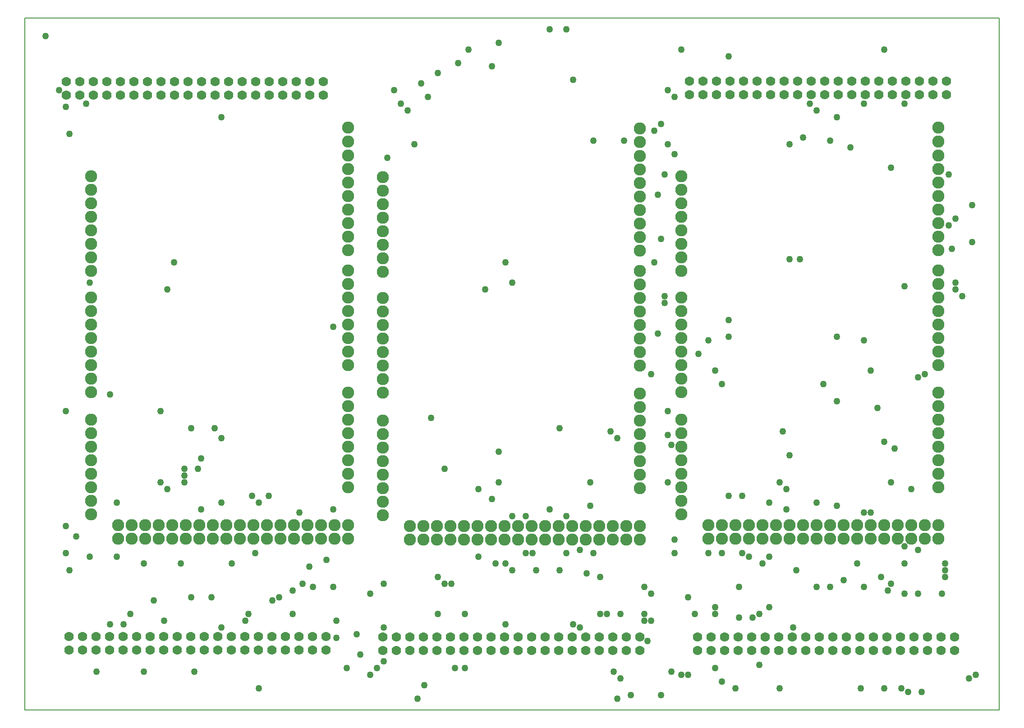
<source format=gbr>
G04 PROTEUS GERBER X2 FILE*
%TF.GenerationSoftware,Labcenter,Proteus,8.6-SP2-Build23525*%
%TF.CreationDate,2019-12-11T18:48:13+00:00*%
%TF.FileFunction,Soldermask,Bot*%
%TF.FilePolarity,Negative*%
%TF.Part,Single*%
%FSLAX45Y45*%
%MOMM*%
G01*
%TA.AperFunction,Material*%
%ADD19C,1.270000*%
%TA.AperFunction,Material*%
%ADD70C,1.778000*%
%TA.AperFunction,Material*%
%ADD71C,2.286000*%
%TA.AperFunction,Profile*%
%ADD14C,0.203200*%
%TD.AperFunction*%
D19*
X+2794000Y+2349500D03*
X+7366000Y+1460500D03*
X+2857500Y+3556000D03*
X+7112000Y+3683000D03*
X+8636000Y+2984500D03*
X+8636000Y+2286000D03*
X+7747000Y-190500D03*
X+2730500Y+3175000D03*
X+4635500Y-5651500D03*
X+2667000Y+1905000D03*
X+6096000Y-698500D03*
X+6096000Y-2667000D03*
X+8064500Y-4318000D03*
X+7175500Y-1587500D03*
X+3683000Y-3556000D03*
X+3810000Y-4699000D03*
X+7620000Y-4318000D03*
X+1016000Y+6286500D03*
X+1016000Y-2857500D03*
X-3810000Y-3810000D03*
X-8318500Y-3873500D03*
X+7112000Y-2222500D03*
X+5016500Y-2222500D03*
X-8191500Y-3238500D03*
X-5842000Y-1778000D03*
X+4445000Y-3619500D03*
X+7366000Y-3429000D03*
X+1524000Y+4191000D03*
X+2095500Y+4191000D03*
X+6985000Y-1460500D03*
X+3048000Y-3556000D03*
X+2984500Y-5778500D03*
X+3810000Y-5715000D03*
X-7937500Y-3619500D03*
X-6159500Y-2095500D03*
X+4318000Y-3556000D03*
X+698500Y-2730500D03*
X+698500Y+6286500D03*
X-3937000Y-4127500D03*
X+6858000Y-825500D03*
X+7112000Y-4127500D03*
X+8128000Y-3873500D03*
X+1397000Y-3937000D03*
X-4127500Y-4254500D03*
X-7556500Y-4889500D03*
X+5270500Y-4953000D03*
X+2222500Y-6223000D03*
X+4826000Y-3619500D03*
X+6731000Y-2794000D03*
X+1143000Y+5334000D03*
X+4826000Y-4572000D03*
X-2413000Y-5588000D03*
X+1143000Y-4889500D03*
X-4381500Y-4381500D03*
X-7302500Y-4889500D03*
X+4064000Y+5778500D03*
X-2413000Y-4953000D03*
X+889000Y-1206500D03*
X+0Y-3873500D03*
X-4000500Y-2794000D03*
X-6159500Y-2222500D03*
X-6604000Y-2222500D03*
X+6477000Y-3746500D03*
X+889000Y-3873500D03*
X+444500Y-3873500D03*
X-1778000Y-6286500D03*
X+7429500Y-6159500D03*
X+7683500Y-6159500D03*
X+6350000Y+4064000D03*
X+254000Y-2857500D03*
X+254000Y-3556000D03*
X-7175500Y-4699000D03*
X-4889500Y-2476500D03*
X+6223000Y-4064000D03*
X-4953000Y-4699000D03*
X-8763000Y+6159500D03*
X+5969000Y+4191000D03*
X-317500Y-3746500D03*
X-127000Y-4889500D03*
X-7556500Y-571500D03*
X-8382000Y-889000D03*
X-8382000Y-3048000D03*
X-8382000Y-3556000D03*
X-1651000Y-6032500D03*
X+3937000Y-5969000D03*
X+6604000Y-4191000D03*
X+5969000Y-4191000D03*
X+1016000Y-3556000D03*
X+381000Y-3556000D03*
X-1397000Y-4699000D03*
X+3302000Y-4381500D03*
X+4826000Y-2603500D03*
X+5715000Y-2603500D03*
X+2540000Y-5207000D03*
X-5461000Y-1397000D03*
X-6921500Y-5778500D03*
X+4254500Y-4762500D03*
X+4254500Y-4191000D03*
X+5715000Y-4191000D03*
X-5461000Y-4953000D03*
X+2921000Y-889000D03*
X+7620000Y-254000D03*
X+8128000Y-4000500D03*
X+6921500Y-4000500D03*
X-3365500Y+698500D03*
X-3365500Y-2730500D03*
X-5461000Y+4635500D03*
X+5715000Y+4762500D03*
X-127000Y+1905000D03*
X+2730500Y+571500D03*
X+2603500Y-4826000D03*
X+1270000Y-4953000D03*
X-5969000Y-5778500D03*
X-4127500Y-4699000D03*
X-4762500Y-2603500D03*
X-5461000Y-2603500D03*
X+5334000Y-3873500D03*
X-1143000Y-4127500D03*
X-6032500Y-4381500D03*
X-5651500Y-4381500D03*
X+5143500Y-2730500D03*
X+5143500Y-2349500D03*
X+7493000Y-2349500D03*
X+8128000Y-3746500D03*
X+7366000Y-3746500D03*
X+7366000Y-4318000D03*
X+1778000Y-4699000D03*
X+2032000Y-4699000D03*
X+1524000Y-3556000D03*
X-381000Y-2540000D03*
X-6032500Y-1206500D03*
X-5588000Y-1206500D03*
X+4508500Y-4762500D03*
X-889000Y-5715000D03*
X+8318500Y+2730500D03*
X+5397500Y+1968500D03*
X+2794000Y-6223000D03*
X+2921000Y-2222500D03*
X-635000Y-2349500D03*
X+6985000Y-6096000D03*
X+6540500Y-6096000D03*
X-2857500Y-5461000D03*
X-2667000Y-4318000D03*
X-4572000Y-2476500D03*
X-5842000Y-2730500D03*
X+1968500Y-6286500D03*
X-254000Y-2222500D03*
X+1460500Y-2222500D03*
X+1460500Y-2667000D03*
X+3048000Y-3302000D03*
X+3302000Y-5842000D03*
X+4635500Y-4699000D03*
X-1270000Y-4127500D03*
X+4699000Y-3746500D03*
X-889000Y-4699000D03*
X+1651000Y-4699000D03*
X-6223000Y-3746500D03*
X-5270500Y-3746500D03*
X+2476500Y-4191000D03*
X+2603500Y-190500D03*
X+1905000Y-5778500D03*
X-2667000Y-5842000D03*
X-5905500Y-1968500D03*
X-6159500Y-1968500D03*
X-6921500Y-3746500D03*
X-635000Y-3619500D03*
X+1270000Y-3492500D03*
X-6540500Y-4826000D03*
X-5016500Y-4826000D03*
X+8191500Y+3556000D03*
X+8191500Y+2603500D03*
X+2984500Y-1524000D03*
X+4191000Y-6096000D03*
X+5016500Y-6096000D03*
X+7302500Y-6096000D03*
X-3365500Y-4191000D03*
X-3746500Y-4191000D03*
X+4064000Y-2476500D03*
X+3175000Y-5842000D03*
X+2032000Y-5905500D03*
X-1079500Y-5715000D03*
X-2540000Y-5715000D03*
X-7810500Y-5778500D03*
X-4762500Y-6096000D03*
X+3810000Y-4572000D03*
X-1397000Y-4000500D03*
X+1651000Y-4000500D03*
X-4826000Y-3556000D03*
X+4318000Y-2476500D03*
X+2476500Y-4826000D03*
X-6477000Y-2349500D03*
X-6477000Y+1397000D03*
X-127000Y-3746500D03*
X+3937000Y-3556000D03*
X-6731000Y-4445000D03*
X-4508500Y-4445000D03*
X+8318500Y+1397000D03*
X+8699500Y-5842000D03*
X+7620000Y-3492500D03*
X+6604000Y-2794000D03*
X+6604000Y+444500D03*
X+2857500Y+1270000D03*
X-508000Y+1397000D03*
X-1270000Y-1968500D03*
X-2413000Y-4127500D03*
X-2921000Y-5080000D03*
X-3111500Y-5715000D03*
X+8572500Y-5905500D03*
X+8318500Y+1524000D03*
X+7366000Y+4889500D03*
X+6731000Y-127000D03*
X+3810000Y-127000D03*
X+8445500Y+1270000D03*
X+7048500Y-4254500D03*
X+2603500Y-4318000D03*
X-3302000Y-4826000D03*
X+8255000Y+2159000D03*
X+3048000Y+3937000D03*
X-3302000Y-5143500D03*
X+5207000Y+4127500D03*
X+2921000Y+4127500D03*
X+2921000Y+5143500D03*
X-2222500Y+5143500D03*
X-7937500Y+1524000D03*
X-8382000Y+4826000D03*
X+3175000Y+5905500D03*
X-825500Y+5905500D03*
X-1714500Y+5270500D03*
X+6604000Y+4889500D03*
X-381000Y+5588000D03*
X+1968500Y-1397000D03*
X+2667000Y+4381500D03*
X-254000Y-1651000D03*
X-254000Y+6032500D03*
X-6604000Y-889000D03*
X+5080000Y-1270000D03*
X-1016000Y+5651500D03*
X+6985000Y+5905500D03*
X-2095500Y+4889500D03*
X-8001000Y+4889500D03*
X-8509000Y+5143500D03*
X+5461000Y+4254500D03*
X-2349500Y+3873500D03*
X-1968500Y+4762500D03*
X+5588000Y+4889500D03*
X+3683000Y+444500D03*
X-1397000Y+5461000D03*
X+3492500Y+190500D03*
X+3048000Y+5016500D03*
X-1587500Y+5016500D03*
X+2857500Y+1143000D03*
X+3937000Y-381000D03*
X+5842000Y-381000D03*
X+4064000Y+825500D03*
X-1841500Y+4127500D03*
X+6096000Y+4635500D03*
X-8318500Y+4318000D03*
X-1524000Y-1016000D03*
X+2921000Y-1333500D03*
X+4064000Y+508000D03*
X+6096000Y+508000D03*
X+1841500Y-1270000D03*
X+2794000Y+4508500D03*
X-3492500Y-3683000D03*
X-7429500Y-3619500D03*
X+0Y+1524000D03*
X+0Y-2857500D03*
X-6350000Y+1905000D03*
X-7429500Y-2603500D03*
X+5207000Y-1714500D03*
X+3429000Y-4699000D03*
X+2476500Y-4699000D03*
X+5207000Y+1968500D03*
D70*
X+3478241Y-5124141D03*
X+3478241Y-5378141D03*
X+3732241Y-5124141D03*
X+3732241Y-5378141D03*
X+3986241Y-5124141D03*
X+3986241Y-5378141D03*
X+4240241Y-5124141D03*
X+4240241Y-5378141D03*
X+4494241Y-5124141D03*
X+4494241Y-5378141D03*
X+4748241Y-5124141D03*
X+4748241Y-5378141D03*
X+5002241Y-5124141D03*
X+5002241Y-5378141D03*
X+5256241Y-5124141D03*
X+5256241Y-5378141D03*
X+5510241Y-5124141D03*
X+5510241Y-5378141D03*
X+5764241Y-5124141D03*
X+5764241Y-5378141D03*
X+6018241Y-5124141D03*
X+6018241Y-5378141D03*
X+6272241Y-5124141D03*
X+6272241Y-5378141D03*
X+6526241Y-5124141D03*
X+6526241Y-5378141D03*
X+6780241Y-5124141D03*
X+6780241Y-5378141D03*
X+7034241Y-5124141D03*
X+7034241Y-5378141D03*
X+7288241Y-5124141D03*
X+7288241Y-5378141D03*
X+7542241Y-5124141D03*
X+7542241Y-5378141D03*
X+7796241Y-5124141D03*
X+7796241Y-5378141D03*
X+8050241Y-5124141D03*
X+8050241Y-5378141D03*
X+8304241Y-5124141D03*
X+8304241Y-5378141D03*
X-2431759Y-5127041D03*
X-2431759Y-5381041D03*
X-2177759Y-5127041D03*
X-2177759Y-5381041D03*
X-1923759Y-5127041D03*
X-1923759Y-5381041D03*
X-1669759Y-5127041D03*
X-1669759Y-5381041D03*
X-1415759Y-5127041D03*
X-1415759Y-5381041D03*
X-1161759Y-5127041D03*
X-1161759Y-5381041D03*
X-907759Y-5127041D03*
X-907759Y-5381041D03*
X-653759Y-5127041D03*
X-653759Y-5381041D03*
X-399759Y-5127041D03*
X-399759Y-5381041D03*
X-145759Y-5127041D03*
X-145759Y-5381041D03*
X+108241Y-5127041D03*
X+108241Y-5381041D03*
X+362241Y-5127041D03*
X+362241Y-5381041D03*
X+616241Y-5127041D03*
X+616241Y-5381041D03*
X+870241Y-5127041D03*
X+870241Y-5381041D03*
X+1124241Y-5127041D03*
X+1124241Y-5381041D03*
X+1378241Y-5127041D03*
X+1378241Y-5381041D03*
X+1632241Y-5127041D03*
X+1632241Y-5381041D03*
X+1886241Y-5127041D03*
X+1886241Y-5381041D03*
X+2140241Y-5127041D03*
X+2140241Y-5381041D03*
X+2394241Y-5127041D03*
X+2394241Y-5381041D03*
X-8323759Y-5117041D03*
X-8323759Y-5371041D03*
X-8069759Y-5117041D03*
X-8069759Y-5371041D03*
X-7815759Y-5117041D03*
X-7815759Y-5371041D03*
X-7561759Y-5117041D03*
X-7561759Y-5371041D03*
X-7307759Y-5117041D03*
X-7307759Y-5371041D03*
X-7053759Y-5117041D03*
X-7053759Y-5371041D03*
X-6799759Y-5117041D03*
X-6799759Y-5371041D03*
X-6545759Y-5117041D03*
X-6545759Y-5371041D03*
X-6291759Y-5117041D03*
X-6291759Y-5371041D03*
X-6037759Y-5117041D03*
X-6037759Y-5371041D03*
X-5783759Y-5117041D03*
X-5783759Y-5371041D03*
X-5529759Y-5117041D03*
X-5529759Y-5371041D03*
X-5275759Y-5117041D03*
X-5275759Y-5371041D03*
X-5021759Y-5117041D03*
X-5021759Y-5371041D03*
X-4767759Y-5117041D03*
X-4767759Y-5371041D03*
X-4513759Y-5117041D03*
X-4513759Y-5371041D03*
X-4259759Y-5117041D03*
X-4259759Y-5371041D03*
X-4005759Y-5117041D03*
X-4005759Y-5371041D03*
X-3751759Y-5117041D03*
X-3751759Y-5371041D03*
X-3497759Y-5117041D03*
X-3497759Y-5371041D03*
D71*
X+7998241Y-21041D03*
X+7998241Y+232959D03*
X+7998241Y+486959D03*
X+7998241Y+740959D03*
X+3172241Y+2760259D03*
X+7998241Y+994959D03*
X+7998241Y+1248959D03*
X+7998241Y+1502959D03*
X+7998241Y+1756959D03*
X+7998241Y+2137959D03*
X+7998241Y+2391959D03*
X+7998241Y+2645959D03*
X+7998241Y+2899959D03*
X+7998241Y+3153959D03*
X+7998241Y+3407959D03*
X+7998241Y-541741D03*
X+7998241Y-795741D03*
X+7998241Y-1049741D03*
X+7998241Y-1303741D03*
X+7998241Y-1557741D03*
X+7998241Y-1811741D03*
X+7998241Y-2065741D03*
X+7998241Y-2319741D03*
X+7744241Y-3030941D03*
X+7744241Y-3284941D03*
X+7490241Y-3030941D03*
X+7490241Y-3284941D03*
X+7236241Y-3030941D03*
X+7236241Y-3284941D03*
X+6982241Y-3030941D03*
X+6982241Y-3284941D03*
X+6728241Y-3030941D03*
X+6728241Y-3284941D03*
X+6474241Y-3030941D03*
X+6474241Y-3284941D03*
X+6220241Y-3030941D03*
X+6220241Y-3284941D03*
X+5966241Y-3030941D03*
X+5966241Y-3284941D03*
X+5712241Y-3030941D03*
X+5712241Y-3284941D03*
X+5458241Y-3030941D03*
X+5458241Y-3284941D03*
X+5204241Y-3030941D03*
X+5204241Y-3284941D03*
X+4950241Y-3030941D03*
X+4950241Y-3284941D03*
X+4696241Y-3030941D03*
X+4696241Y-3284941D03*
X+4442241Y-3030941D03*
X+4442241Y-3284941D03*
X+4188241Y-3030941D03*
X+4188241Y-3284941D03*
X+3934241Y-3030941D03*
X+3934241Y-3284941D03*
X+3172241Y+3014259D03*
X+3172241Y+2506259D03*
X+7998241Y-3030941D03*
X+7998241Y-3284941D03*
X+3172241Y+1998259D03*
X+3680241Y-3284941D03*
X+3680241Y-3030941D03*
X+7998241Y+3661959D03*
X+3172241Y+2252259D03*
X+7998241Y+4436659D03*
X+3172241Y+3522259D03*
X+3172241Y+3268259D03*
X+7998241Y+4178959D03*
X+7998241Y+3915959D03*
X+3172241Y+1248959D03*
X+3172241Y+994959D03*
X+3172241Y+740959D03*
X+3172241Y+486959D03*
X+3172241Y+232959D03*
X+3172241Y-21041D03*
X+3172241Y-275041D03*
X+3172241Y-529041D03*
X+3172241Y-1049741D03*
X+3172241Y-1303741D03*
X+3172241Y-1557741D03*
X+3172241Y-1811741D03*
X+3172241Y-2065741D03*
X+3172241Y-2319741D03*
X+3172241Y-2573741D03*
X+3172241Y-2827741D03*
X+3172241Y+1744259D03*
X+2388241Y-31041D03*
X+2388241Y+222959D03*
X+2388241Y+476959D03*
X+2388241Y+730959D03*
X-2437759Y+2750259D03*
X+2388241Y+984959D03*
X+2388241Y+1238959D03*
X+2388241Y+1492959D03*
X+2388241Y+1746959D03*
X+2388241Y+2127959D03*
X+2388241Y+2381959D03*
X+2388241Y+2635959D03*
X+2388241Y+2889959D03*
X+2388241Y+3143959D03*
X+2388241Y+3397959D03*
X+2388241Y-551741D03*
X+2388241Y-805741D03*
X+2388241Y-1059741D03*
X+2388241Y-1313741D03*
X+2388241Y-1567741D03*
X+2388241Y-1821741D03*
X+2388241Y-2075741D03*
X+2388241Y-2329741D03*
X+2134241Y-3040941D03*
X+2134241Y-3294941D03*
X+1880241Y-3040941D03*
X+1880241Y-3294941D03*
X+1626241Y-3040941D03*
X+1626241Y-3294941D03*
X+1372241Y-3040941D03*
X+1372241Y-3294941D03*
X+1118241Y-3040941D03*
X+1118241Y-3294941D03*
X+864241Y-3040941D03*
X+864241Y-3294941D03*
X+610241Y-3040941D03*
X+610241Y-3294941D03*
X+356241Y-3040941D03*
X+356241Y-3294941D03*
X+102241Y-3040941D03*
X+102241Y-3294941D03*
X-151759Y-3040941D03*
X-151759Y-3294941D03*
X-405759Y-3040941D03*
X-405759Y-3294941D03*
X-659759Y-3040941D03*
X-659759Y-3294941D03*
X-913759Y-3040941D03*
X-913759Y-3294941D03*
X-1167759Y-3040941D03*
X-1167759Y-3294941D03*
X-1421759Y-3040941D03*
X-1421759Y-3294941D03*
X-1675759Y-3040941D03*
X-1675759Y-3294941D03*
X-2437759Y+3004259D03*
X-2437759Y+2496259D03*
X+2388241Y-3040941D03*
X+2388241Y-3294941D03*
X-2437759Y+1988259D03*
X-1929759Y-3294941D03*
X-1929759Y-3040941D03*
X+2388241Y+3651959D03*
X-2437759Y+2242259D03*
X+2388241Y+4426659D03*
X-2437759Y+3512259D03*
X-2437759Y+3258259D03*
X+2388241Y+4168959D03*
X+2388241Y+3905959D03*
X-2437759Y+1238959D03*
X-2437759Y+984959D03*
X-2437759Y+730959D03*
X-2437759Y+476959D03*
X-2437759Y+222959D03*
X-2437759Y-31041D03*
X-2437759Y-285041D03*
X-2437759Y-539041D03*
X-2437759Y-1059741D03*
X-2437759Y-1313741D03*
X-2437759Y-1567741D03*
X-2437759Y-1821741D03*
X-2437759Y-2075741D03*
X-2437759Y-2329741D03*
X-2437759Y-2583741D03*
X-2437759Y-2837741D03*
X-2437759Y+1734259D03*
X-3081759Y-21041D03*
X-3081759Y+232959D03*
X-3081759Y+486959D03*
X-3081759Y+740959D03*
X-7907759Y+2760259D03*
X-3081759Y+994959D03*
X-3081759Y+1248959D03*
X-3081759Y+1502959D03*
X-3081759Y+1756959D03*
X-3081759Y+2137959D03*
X-3081759Y+2391959D03*
X-3081759Y+2645959D03*
X-3081759Y+2899959D03*
X-3081759Y+3153959D03*
X-3081759Y+3407959D03*
X-3081759Y-541741D03*
X-3081759Y-795741D03*
X-3081759Y-1049741D03*
X-3081759Y-1303741D03*
X-3081759Y-1557741D03*
X-3081759Y-1811741D03*
X-3081759Y-2065741D03*
X-3081759Y-2319741D03*
X-3335759Y-3030941D03*
X-3335759Y-3284941D03*
X-3589759Y-3030941D03*
X-3589759Y-3284941D03*
X-3843759Y-3030941D03*
X-3843759Y-3284941D03*
X-4097759Y-3030941D03*
X-4097759Y-3284941D03*
X-4351759Y-3030941D03*
X-4351759Y-3284941D03*
X-4605759Y-3030941D03*
X-4605759Y-3284941D03*
X-4859759Y-3030941D03*
X-4859759Y-3284941D03*
X-5113759Y-3030941D03*
X-5113759Y-3284941D03*
X-5367759Y-3030941D03*
X-5367759Y-3284941D03*
X-5621759Y-3030941D03*
X-5621759Y-3284941D03*
X-5875759Y-3030941D03*
X-5875759Y-3284941D03*
X-6129759Y-3030941D03*
X-6129759Y-3284941D03*
X-6383759Y-3030941D03*
X-6383759Y-3284941D03*
X-6637759Y-3030941D03*
X-6637759Y-3284941D03*
X-6891759Y-3030941D03*
X-6891759Y-3284941D03*
X-7145759Y-3030941D03*
X-7145759Y-3284941D03*
X-7907759Y+3014259D03*
X-7907759Y+2506259D03*
X-3081759Y-3030941D03*
X-3081759Y-3284941D03*
X-7907759Y+1998259D03*
X-7399759Y-3284941D03*
X-7399759Y-3030941D03*
X-3081759Y+3661959D03*
X-7907759Y+2252259D03*
X-3081759Y+4436659D03*
X-7907759Y+3522259D03*
X-7907759Y+3268259D03*
X-3081759Y+4178959D03*
X-3081759Y+3915959D03*
X-7907759Y+1248959D03*
X-7907759Y+994959D03*
X-7907759Y+740959D03*
X-7907759Y+486959D03*
X-7907759Y+232959D03*
X-7907759Y-21041D03*
X-7907759Y-275041D03*
X-7907759Y-529041D03*
X-7907759Y-1049741D03*
X-7907759Y-1303741D03*
X-7907759Y-1557741D03*
X-7907759Y-1811741D03*
X-7907759Y-2065741D03*
X-7907759Y-2319741D03*
X-7907759Y-2573741D03*
X-7907759Y-2827741D03*
X-7907759Y+1744259D03*
D70*
X+3324000Y+5056000D03*
X+3324000Y+5310000D03*
X+3578000Y+5056000D03*
X+3578000Y+5310000D03*
X+3832000Y+5056000D03*
X+3832000Y+5310000D03*
X+4086000Y+5056000D03*
X+4086000Y+5310000D03*
X+4340000Y+5056000D03*
X+4340000Y+5310000D03*
X+4594000Y+5056000D03*
X+4594000Y+5310000D03*
X+4848000Y+5056000D03*
X+4848000Y+5310000D03*
X+5102000Y+5056000D03*
X+5102000Y+5310000D03*
X+5356000Y+5056000D03*
X+5356000Y+5310000D03*
X+5610000Y+5056000D03*
X+5610000Y+5310000D03*
X+5864000Y+5056000D03*
X+5864000Y+5310000D03*
X+6118000Y+5056000D03*
X+6118000Y+5310000D03*
X+6372000Y+5056000D03*
X+6372000Y+5310000D03*
X+6626000Y+5056000D03*
X+6626000Y+5310000D03*
X+6880000Y+5056000D03*
X+6880000Y+5310000D03*
X+7134000Y+5056000D03*
X+7134000Y+5310000D03*
X+7388000Y+5056000D03*
X+7388000Y+5310000D03*
X+7642000Y+5056000D03*
X+7642000Y+5310000D03*
X+7896000Y+5056000D03*
X+7896000Y+5310000D03*
X+8150000Y+5056000D03*
X+8150000Y+5310000D03*
X-8380000Y+5050000D03*
X-8380000Y+5304000D03*
X-8126000Y+5050000D03*
X-8126000Y+5304000D03*
X-7872000Y+5050000D03*
X-7872000Y+5304000D03*
X-7618000Y+5050000D03*
X-7618000Y+5304000D03*
X-7364000Y+5050000D03*
X-7364000Y+5304000D03*
X-7110000Y+5050000D03*
X-7110000Y+5304000D03*
X-6856000Y+5050000D03*
X-6856000Y+5304000D03*
X-6602000Y+5050000D03*
X-6602000Y+5304000D03*
X-6348000Y+5050000D03*
X-6348000Y+5304000D03*
X-6094000Y+5050000D03*
X-6094000Y+5304000D03*
X-5840000Y+5050000D03*
X-5840000Y+5304000D03*
X-5586000Y+5050000D03*
X-5586000Y+5304000D03*
X-5332000Y+5050000D03*
X-5332000Y+5304000D03*
X-5078000Y+5050000D03*
X-5078000Y+5304000D03*
X-4824000Y+5050000D03*
X-4824000Y+5304000D03*
X-4570000Y+5050000D03*
X-4570000Y+5304000D03*
X-4316000Y+5050000D03*
X-4316000Y+5304000D03*
X-4062000Y+5050000D03*
X-4062000Y+5304000D03*
X-3808000Y+5050000D03*
X-3808000Y+5304000D03*
X-3554000Y+5050000D03*
X-3554000Y+5304000D03*
D14*
X-9154259Y-6501741D02*
X+9135741Y-6501741D01*
X+9135741Y+6498259D01*
X-9154259Y+6498259D01*
X-9154259Y-6501741D01*
M02*

</source>
